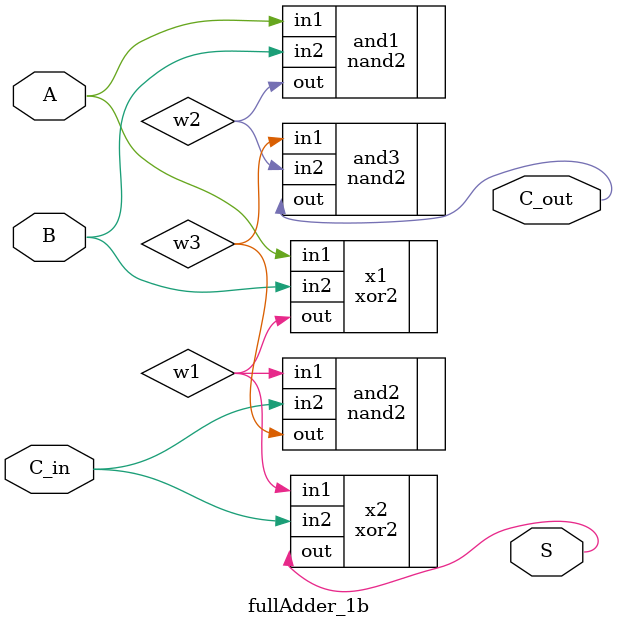
<source format=v>
/*
    CS/ECE 552 Spring '20
    Homework #1, Problem 2
    
    a 1-bit full adder
*/
module fullAdder_1b(A, B, C_in, S, C_out);
    input  A, B;
    input  C_in;
    output S;
    output C_out;

    // YOUR CODE HERE
    wire w1, w2, w3;
    xor2 x1(.in1(A), .in2(B), .out(w1));
    xor2 x2(.in1(w1), .in2(C_in), .out(S));
    nand2 and1(.in1(A), .in2(B), .out(w2));
    nand2 and2(.in1(w1), .in2(C_in), .out(w3));
    nand2 and3(.in1(w3), .in2(w2), .out(C_out));

endmodule

</source>
